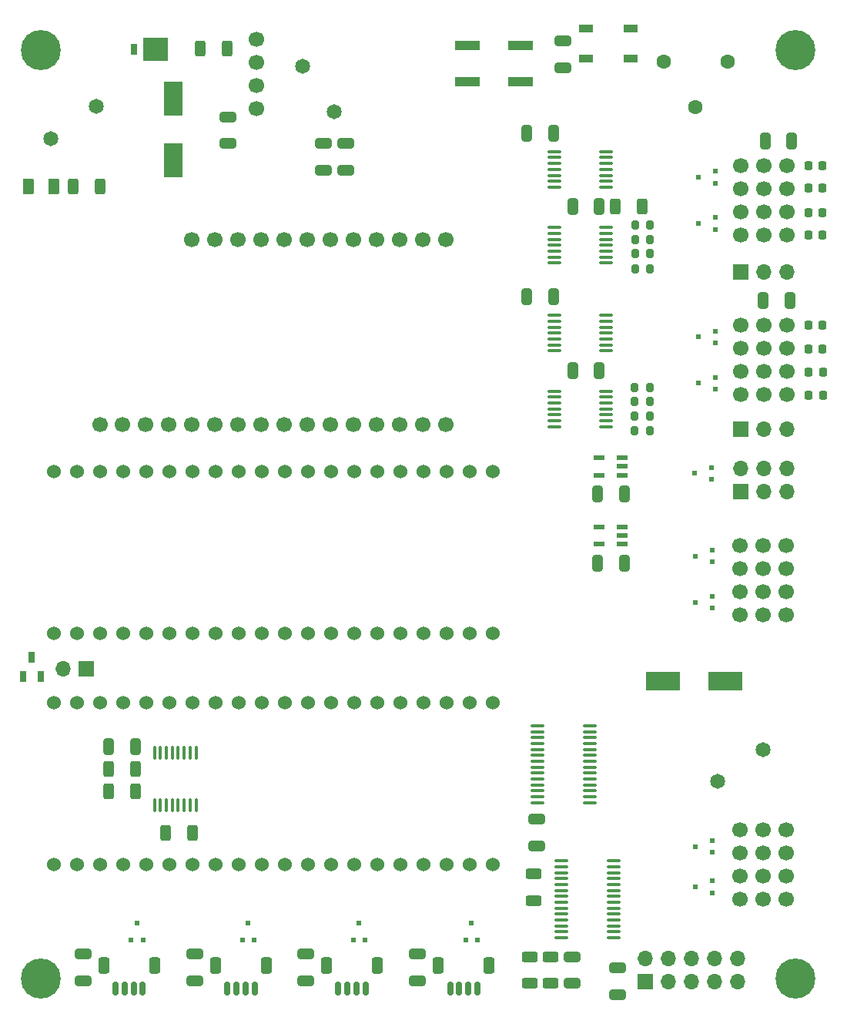
<source format=gbr>
%TF.GenerationSoftware,KiCad,Pcbnew,(6.0.8-1)-1*%
%TF.CreationDate,2023-12-29T18:01:10-06:00*%
%TF.ProjectId,Pico Robotic Controller,5069636f-2052-46f6-926f-74696320436f,V2*%
%TF.SameCoordinates,Original*%
%TF.FileFunction,Soldermask,Top*%
%TF.FilePolarity,Negative*%
%FSLAX46Y46*%
G04 Gerber Fmt 4.6, Leading zero omitted, Abs format (unit mm)*
G04 Created by KiCad (PCBNEW (6.0.8-1)-1) date 2023-12-29 18:01:10*
%MOMM*%
%LPD*%
G01*
G04 APERTURE LIST*
G04 Aperture macros list*
%AMRoundRect*
0 Rectangle with rounded corners*
0 $1 Rounding radius*
0 $2 $3 $4 $5 $6 $7 $8 $9 X,Y pos of 4 corners*
0 Add a 4 corners polygon primitive as box body*
4,1,4,$2,$3,$4,$5,$6,$7,$8,$9,$2,$3,0*
0 Add four circle primitives for the rounded corners*
1,1,$1+$1,$2,$3*
1,1,$1+$1,$4,$5*
1,1,$1+$1,$6,$7*
1,1,$1+$1,$8,$9*
0 Add four rect primitives between the rounded corners*
20,1,$1+$1,$2,$3,$4,$5,0*
20,1,$1+$1,$4,$5,$6,$7,0*
20,1,$1+$1,$6,$7,$8,$9,0*
20,1,$1+$1,$8,$9,$2,$3,0*%
G04 Aperture macros list end*
%ADD10R,1.700000X1.700000*%
%ADD11O,1.700000X1.700000*%
%ADD12RoundRect,0.250000X0.325000X0.650000X-0.325000X0.650000X-0.325000X-0.650000X0.325000X-0.650000X0*%
%ADD13RoundRect,0.250000X-0.625000X0.312500X-0.625000X-0.312500X0.625000X-0.312500X0.625000X0.312500X0*%
%ADD14RoundRect,0.150000X-0.150000X-0.625000X0.150000X-0.625000X0.150000X0.625000X-0.150000X0.625000X0*%
%ADD15RoundRect,0.250000X-0.350000X-0.650000X0.350000X-0.650000X0.350000X0.650000X-0.350000X0.650000X0*%
%ADD16R,0.600000X0.550000*%
%ADD17RoundRect,0.250000X0.312500X0.625000X-0.312500X0.625000X-0.312500X-0.625000X0.312500X-0.625000X0*%
%ADD18RoundRect,0.200000X-0.200000X-0.275000X0.200000X-0.275000X0.200000X0.275000X-0.200000X0.275000X0*%
%ADD19RoundRect,0.218750X-0.218750X-0.256250X0.218750X-0.256250X0.218750X0.256250X-0.218750X0.256250X0*%
%ADD20RoundRect,0.100000X-0.637500X-0.100000X0.637500X-0.100000X0.637500X0.100000X-0.637500X0.100000X0*%
%ADD21C,1.700000*%
%ADD22RoundRect,0.250000X-0.650000X0.325000X-0.650000X-0.325000X0.650000X-0.325000X0.650000X0.325000X0*%
%ADD23R,0.550000X0.600000*%
%ADD24R,3.850000X2.100000*%
%ADD25RoundRect,0.250000X-0.325000X-0.650000X0.325000X-0.650000X0.325000X0.650000X-0.325000X0.650000X0*%
%ADD26R,2.800000X1.000000*%
%ADD27R,1.200000X0.600000*%
%ADD28R,1.500000X0.900000*%
%ADD29RoundRect,0.250000X-0.312500X-0.625000X0.312500X-0.625000X0.312500X0.625000X-0.312500X0.625000X0*%
%ADD30RoundRect,0.100000X0.100000X-0.637500X0.100000X0.637500X-0.100000X0.637500X-0.100000X-0.637500X0*%
%ADD31RoundRect,0.100000X0.637500X0.100000X-0.637500X0.100000X-0.637500X-0.100000X0.637500X-0.100000X0*%
%ADD32C,1.524000*%
%ADD33C,1.650000*%
%ADD34RoundRect,0.250000X0.650000X-0.325000X0.650000X0.325000X-0.650000X0.325000X-0.650000X-0.325000X0*%
%ADD35C,4.400000*%
%ADD36C,1.600000*%
%ADD37R,2.670000X2.540000*%
%ADD38R,0.760000X1.270000*%
%ADD39RoundRect,0.250000X-0.375000X-0.625000X0.375000X-0.625000X0.375000X0.625000X-0.375000X0.625000X0*%
%ADD40R,0.650000X1.200000*%
%ADD41R,2.100000X3.850000*%
G04 APERTURE END LIST*
D10*
%TO.C,J6*%
X113064000Y-113211600D03*
D11*
X110524000Y-113211600D03*
%TD*%
D12*
%TO.C,C7*%
X118467400Y-121767600D03*
X115517400Y-121767600D03*
%TD*%
D13*
%TO.C,R2*%
X161797000Y-144841500D03*
X161797000Y-147766500D03*
%TD*%
D12*
%TO.C,C14*%
X164441400Y-54330600D03*
X161491400Y-54330600D03*
%TD*%
D14*
%TO.C,X1*%
X116264000Y-148336600D03*
X117264000Y-148336600D03*
X118264000Y-148336600D03*
X119264000Y-148336600D03*
D15*
X114964000Y-145811600D03*
X120564000Y-145811600D03*
%TD*%
D16*
%TO.C,D15*%
X142402800Y-143012600D03*
X143702800Y-143012600D03*
X143052800Y-141162600D03*
%TD*%
D17*
%TO.C,R6*%
X118454900Y-126644400D03*
X115529900Y-126644400D03*
%TD*%
D18*
%TO.C,R16*%
X173368200Y-85420200D03*
X175018200Y-85420200D03*
%TD*%
D19*
%TO.C,D22*%
X192430300Y-78028800D03*
X194005300Y-78028800D03*
%TD*%
D20*
%TO.C,U7*%
X164498100Y-74351600D03*
X164498100Y-75001600D03*
X164498100Y-75651600D03*
X164498100Y-76301600D03*
X164498100Y-76951600D03*
X164498100Y-77601600D03*
X164498100Y-78251600D03*
X170223100Y-78251600D03*
X170223100Y-77601600D03*
X170223100Y-76951600D03*
X170223100Y-76301600D03*
X170223100Y-75651600D03*
X170223100Y-75001600D03*
X170223100Y-74351600D03*
%TD*%
D21*
%TO.C,J2*%
X184957000Y-138531600D03*
X187497000Y-138531600D03*
X190037000Y-138531600D03*
X184957000Y-135991600D03*
X187497000Y-135991600D03*
X190037000Y-135991600D03*
X184957000Y-133451600D03*
X187497000Y-133451600D03*
X190037000Y-133451600D03*
X184957000Y-130911600D03*
X187497000Y-130911600D03*
X190037000Y-130911600D03*
%TD*%
D22*
%TO.C,C5*%
X141579600Y-55446400D03*
X141579600Y-58396400D03*
%TD*%
%TO.C,C22*%
X162534600Y-129690600D03*
X162534600Y-132640600D03*
%TD*%
D23*
%TO.C,D2*%
X181769400Y-92361600D03*
X181769400Y-91061600D03*
X179919400Y-91711600D03*
%TD*%
D10*
%TO.C,J10*%
X184972000Y-93700200D03*
D11*
X184972000Y-91160200D03*
X187512000Y-93700200D03*
X187512000Y-91160200D03*
X190052000Y-93700200D03*
X190052000Y-91160200D03*
%TD*%
D24*
%TO.C,C12*%
X183277000Y-114584800D03*
X176477000Y-114584800D03*
%TD*%
D19*
%TO.C,D17*%
X192430300Y-75412600D03*
X194005300Y-75412600D03*
%TD*%
D21*
%TO.C,J4*%
X184957000Y-107253400D03*
X187497000Y-107253400D03*
X190037000Y-107253400D03*
X184957000Y-104713400D03*
X187497000Y-104713400D03*
X190037000Y-104713400D03*
X184957000Y-102173400D03*
X187497000Y-102173400D03*
X190037000Y-102173400D03*
X184957000Y-99633400D03*
X187497000Y-99633400D03*
X190037000Y-99633400D03*
%TD*%
D16*
%TO.C,D14*%
X154747200Y-143012600D03*
X156047200Y-143012600D03*
X155397200Y-141162600D03*
%TD*%
D25*
%TO.C,C19*%
X187678800Y-55194200D03*
X190628800Y-55194200D03*
%TD*%
D10*
%TO.C,J9*%
X184972000Y-69570600D03*
D11*
X187512000Y-69570600D03*
X190052000Y-69570600D03*
%TD*%
D26*
%TO.C,S1*%
X154964000Y-44686600D03*
X160764000Y-44686600D03*
X154964000Y-48686600D03*
X160764000Y-48686600D03*
%TD*%
D27*
%TO.C,U10*%
X172013400Y-99494400D03*
X172013400Y-98544400D03*
X172013400Y-97594400D03*
X169413400Y-97594400D03*
X169413400Y-99494400D03*
%TD*%
D28*
%TO.C,D3*%
X168014000Y-42836600D03*
X168014000Y-46136600D03*
X172914000Y-46136600D03*
X172914000Y-42836600D03*
%TD*%
D25*
%TO.C,C16*%
X169238400Y-94005400D03*
X172188400Y-94005400D03*
%TD*%
D19*
%TO.C,D19*%
X192430300Y-60350400D03*
X194005300Y-60350400D03*
%TD*%
D13*
%TO.C,R3*%
X162229800Y-135733600D03*
X162229800Y-138658600D03*
%TD*%
D14*
%TO.C,X2*%
X128564000Y-148336600D03*
X129564000Y-148336600D03*
X130564000Y-148336600D03*
X131564000Y-148336600D03*
D15*
X132864000Y-145811600D03*
X127264000Y-145811600D03*
%TD*%
D20*
%TO.C,U8*%
X164498100Y-56368400D03*
X164498100Y-57018400D03*
X164498100Y-57668400D03*
X164498100Y-58318400D03*
X164498100Y-58968400D03*
X164498100Y-59618400D03*
X164498100Y-60268400D03*
X170223100Y-60268400D03*
X170223100Y-59618400D03*
X170223100Y-58968400D03*
X170223100Y-58318400D03*
X170223100Y-57668400D03*
X170223100Y-57018400D03*
X170223100Y-56368400D03*
%TD*%
D23*
%TO.C,D9*%
X181843400Y-106531800D03*
X181843400Y-105231800D03*
X179993400Y-105881800D03*
%TD*%
D29*
%TO.C,R8*%
X111601500Y-60211600D03*
X114526500Y-60211600D03*
%TD*%
D30*
%TO.C,U5*%
X120559400Y-128186100D03*
X121209400Y-128186100D03*
X121859400Y-128186100D03*
X122509400Y-128186100D03*
X123159400Y-128186100D03*
X123809400Y-128186100D03*
X124459400Y-128186100D03*
X125109400Y-128186100D03*
X125109400Y-122461100D03*
X124459400Y-122461100D03*
X123809400Y-122461100D03*
X123159400Y-122461100D03*
X122509400Y-122461100D03*
X121859400Y-122461100D03*
X121209400Y-122461100D03*
X120559400Y-122461100D03*
%TD*%
D31*
%TO.C,U13*%
X168394300Y-127897600D03*
X168394300Y-127247600D03*
X168394300Y-126597600D03*
X168394300Y-125947600D03*
X168394300Y-125297600D03*
X168394300Y-124647600D03*
X168394300Y-123997600D03*
X168394300Y-123347600D03*
X168394300Y-122697600D03*
X168394300Y-122047600D03*
X168394300Y-121397600D03*
X168394300Y-120747600D03*
X168394300Y-120097600D03*
X168394300Y-119447600D03*
X162669300Y-119447600D03*
X162669300Y-120097600D03*
X162669300Y-120747600D03*
X162669300Y-121397600D03*
X162669300Y-122047600D03*
X162669300Y-122697600D03*
X162669300Y-123347600D03*
X162669300Y-123997600D03*
X162669300Y-124647600D03*
X162669300Y-125297600D03*
X162669300Y-125947600D03*
X162669300Y-126597600D03*
X162669300Y-127247600D03*
X162669300Y-127897600D03*
%TD*%
D19*
%TO.C,D18*%
X192430300Y-57886600D03*
X194005300Y-57886600D03*
%TD*%
D23*
%TO.C,D10*%
X181843400Y-137810000D03*
X181843400Y-136510000D03*
X179993400Y-137160000D03*
%TD*%
D18*
%TO.C,R17*%
X173368200Y-86995000D03*
X175018200Y-86995000D03*
%TD*%
%TO.C,R12*%
X173393600Y-66014600D03*
X175043600Y-66014600D03*
%TD*%
D32*
%TO.C,U2*%
X109474000Y-134721600D03*
X112014000Y-134721600D03*
X114554000Y-134721600D03*
X117094000Y-134721600D03*
X119634000Y-134721600D03*
X122174000Y-134721600D03*
X124714000Y-134721600D03*
X127254000Y-134721600D03*
X129794000Y-134721600D03*
X132334000Y-134721600D03*
X134874000Y-134721600D03*
X137414000Y-134721600D03*
X139954000Y-134721600D03*
X142494000Y-134721600D03*
X145034000Y-134721600D03*
X147574000Y-134721600D03*
X150114000Y-134721600D03*
X152654000Y-134721600D03*
X155194000Y-134721600D03*
X157734000Y-134721600D03*
X157734000Y-116941600D03*
X155194000Y-116941600D03*
X152654000Y-116941600D03*
X150114000Y-116941600D03*
X147574000Y-116941600D03*
X145034000Y-116941600D03*
X142494000Y-116941600D03*
X139954000Y-116941600D03*
X137414000Y-116941600D03*
X134874000Y-116941600D03*
X132334000Y-116941600D03*
X129794000Y-116941600D03*
X127254000Y-116941600D03*
X124714000Y-116941600D03*
X122174000Y-116941600D03*
X119634000Y-116941600D03*
X117094000Y-116941600D03*
X114554000Y-116941600D03*
X112014000Y-116941600D03*
X109474000Y-116941600D03*
%TD*%
D21*
%TO.C,U1*%
X131734000Y-44051600D03*
X131734000Y-46591600D03*
X131734000Y-49131600D03*
X131734000Y-51671600D03*
%TD*%
D33*
%TO.C,J12*%
X182497000Y-125547000D03*
X187497000Y-122047000D03*
%TD*%
D34*
%TO.C,C8*%
X112664000Y-147506600D03*
X112664000Y-144556600D03*
%TD*%
D35*
%TO.C,H4*%
X191064000Y-45211600D03*
%TD*%
D13*
%TO.C,R4*%
X164122000Y-144841500D03*
X164122000Y-147766500D03*
%TD*%
D34*
%TO.C,C9*%
X124964000Y-147511600D03*
X124964000Y-144561600D03*
%TD*%
%TO.C,C10*%
X137164000Y-147506600D03*
X137164000Y-144556600D03*
%TD*%
D23*
%TO.C,D6*%
X182239400Y-64912000D03*
X182239400Y-63612000D03*
X180389400Y-64262000D03*
%TD*%
D19*
%TO.C,D23*%
X192455700Y-80568800D03*
X194030700Y-80568800D03*
%TD*%
D18*
%TO.C,R15*%
X173368200Y-83845400D03*
X175018200Y-83845400D03*
%TD*%
D34*
%TO.C,C11*%
X149464000Y-147506600D03*
X149464000Y-144556600D03*
%TD*%
D10*
%TO.C,J5*%
X184972000Y-86888000D03*
D11*
X187512000Y-86888000D03*
X190052000Y-86888000D03*
%TD*%
D22*
%TO.C,C3*%
X165481000Y-44221400D03*
X165481000Y-47171400D03*
%TD*%
D12*
%TO.C,C21*%
X169470600Y-62407800D03*
X166520600Y-62407800D03*
%TD*%
D17*
%TO.C,R7*%
X124726500Y-131211600D03*
X121801500Y-131211600D03*
%TD*%
D25*
%TO.C,C18*%
X187501000Y-72720200D03*
X190451000Y-72720200D03*
%TD*%
D36*
%TO.C,J3*%
X183535000Y-46461600D03*
X180035000Y-51461600D03*
X176535000Y-46461600D03*
%TD*%
D32*
%TO.C,U3*%
X109474000Y-109321600D03*
X112014000Y-109321600D03*
X114554000Y-109321600D03*
X117094000Y-109321600D03*
X119634000Y-109321600D03*
X122174000Y-109321600D03*
X124714000Y-109321600D03*
X127254000Y-109321600D03*
X129794000Y-109321600D03*
X132334000Y-109321600D03*
X134874000Y-109321600D03*
X137414000Y-109321600D03*
X139954000Y-109321600D03*
X142494000Y-109321600D03*
X145034000Y-109321600D03*
X147574000Y-109321600D03*
X150114000Y-109321600D03*
X152654000Y-109321600D03*
X155194000Y-109321600D03*
X157734000Y-109321600D03*
X157734000Y-91541600D03*
X155194000Y-91541600D03*
X152654000Y-91541600D03*
X150114000Y-91541600D03*
X147574000Y-91541600D03*
X145034000Y-91541600D03*
X142494000Y-91541600D03*
X139954000Y-91541600D03*
X137414000Y-91541600D03*
X134874000Y-91541600D03*
X132334000Y-91541600D03*
X129794000Y-91541600D03*
X127254000Y-91541600D03*
X124714000Y-91541600D03*
X122174000Y-91541600D03*
X119634000Y-91541600D03*
X117094000Y-91541600D03*
X114554000Y-91541600D03*
X112014000Y-91541600D03*
X109474000Y-91541600D03*
%TD*%
D23*
%TO.C,D11*%
X181843400Y-133365000D03*
X181843400Y-132065000D03*
X179993400Y-132715000D03*
%TD*%
D14*
%TO.C,X4*%
X153064000Y-148336600D03*
X154064000Y-148336600D03*
X155064000Y-148336600D03*
X156064000Y-148336600D03*
D15*
X157364000Y-145811600D03*
X151764000Y-145811600D03*
%TD*%
D37*
%TO.C,D1*%
X120664000Y-45111600D03*
D38*
X118309000Y-45111600D03*
%TD*%
D18*
%TO.C,R11*%
X173393600Y-64439800D03*
X175043600Y-64439800D03*
%TD*%
D22*
%TO.C,C4*%
X139094000Y-55446400D03*
X139094000Y-58396400D03*
%TD*%
D17*
%TO.C,R5*%
X118454900Y-124206000D03*
X115529900Y-124206000D03*
%TD*%
D39*
%TO.C,D16*%
X106664000Y-60211600D03*
X109464000Y-60211600D03*
%TD*%
D20*
%TO.C,U12*%
X164498100Y-64699600D03*
X164498100Y-65349600D03*
X164498100Y-65999600D03*
X164498100Y-66649600D03*
X164498100Y-67299600D03*
X164498100Y-67949600D03*
X164498100Y-68599600D03*
X170223100Y-68599600D03*
X170223100Y-67949600D03*
X170223100Y-67299600D03*
X170223100Y-66649600D03*
X170223100Y-65999600D03*
X170223100Y-65349600D03*
X170223100Y-64699600D03*
%TD*%
D35*
%TO.C,H3*%
X191064000Y-147211600D03*
%TD*%
D16*
%TO.C,D12*%
X117968000Y-142961800D03*
X119268000Y-142961800D03*
X118618000Y-141111800D03*
%TD*%
D18*
%TO.C,R14*%
X173393600Y-69215000D03*
X175043600Y-69215000D03*
%TD*%
D20*
%TO.C,U11*%
X164498100Y-82682800D03*
X164498100Y-83332800D03*
X164498100Y-83982800D03*
X164498100Y-84632800D03*
X164498100Y-85282800D03*
X164498100Y-85932800D03*
X164498100Y-86582800D03*
X170223100Y-86582800D03*
X170223100Y-85932800D03*
X170223100Y-85282800D03*
X170223100Y-84632800D03*
X170223100Y-83982800D03*
X170223100Y-83332800D03*
X170223100Y-82682800D03*
%TD*%
D23*
%TO.C,D5*%
X182239400Y-77378000D03*
X182239400Y-76078000D03*
X180389400Y-76728000D03*
%TD*%
D21*
%TO.C,U6*%
X114554000Y-86366600D03*
X117064000Y-86366600D03*
X119604000Y-86366600D03*
X122144000Y-86366600D03*
X124684000Y-86366600D03*
X127224000Y-86366600D03*
X129764000Y-86366600D03*
X132304000Y-86366600D03*
X134844000Y-86366600D03*
X137384000Y-86366600D03*
X139924000Y-86366600D03*
X142464000Y-86366600D03*
X145004000Y-86366600D03*
X147544000Y-86366600D03*
X150084000Y-86366600D03*
X152624000Y-86366600D03*
X152624000Y-66046600D03*
X150084000Y-66046600D03*
X147544000Y-66046600D03*
X145004000Y-66046600D03*
X142464000Y-66046600D03*
X139924000Y-66046600D03*
X137384000Y-66046600D03*
X134844000Y-66046600D03*
X132304000Y-66046600D03*
X129764000Y-66046600D03*
X127224000Y-66046600D03*
X124684000Y-66046600D03*
%TD*%
D19*
%TO.C,D24*%
X192455700Y-83134200D03*
X194030700Y-83134200D03*
%TD*%
D22*
%TO.C,C1*%
X128625600Y-52536600D03*
X128625600Y-55486600D03*
%TD*%
D33*
%TO.C,J11*%
X140301000Y-51960000D03*
X136801000Y-46960000D03*
%TD*%
D40*
%TO.C,Q1*%
X106104000Y-114061600D03*
X108024000Y-114061600D03*
X107064000Y-111961600D03*
%TD*%
D18*
%TO.C,R13*%
X173393600Y-67589400D03*
X175043600Y-67589400D03*
%TD*%
D34*
%TO.C,C13*%
X171450000Y-148971600D03*
X171450000Y-146021600D03*
%TD*%
D21*
%TO.C,J7*%
X184972000Y-83078000D03*
X187512000Y-83078000D03*
X190052000Y-83078000D03*
X184972000Y-80538000D03*
X187512000Y-80538000D03*
X190052000Y-80538000D03*
X184972000Y-77998000D03*
X187512000Y-77998000D03*
X190052000Y-77998000D03*
X184972000Y-75458000D03*
X187512000Y-75458000D03*
X190052000Y-75458000D03*
%TD*%
D27*
%TO.C,U9*%
X172013400Y-91907400D03*
X172013400Y-90957400D03*
X172013400Y-90007400D03*
X169413400Y-90007400D03*
X169413400Y-91907400D03*
%TD*%
D21*
%TO.C,J8*%
X184972000Y-65532000D03*
X187512000Y-65532000D03*
X190052000Y-65532000D03*
X184972000Y-62992000D03*
X187512000Y-62992000D03*
X190052000Y-62992000D03*
X184972000Y-60452000D03*
X187512000Y-60452000D03*
X190052000Y-60452000D03*
X184972000Y-57912000D03*
X187512000Y-57912000D03*
X190052000Y-57912000D03*
%TD*%
D14*
%TO.C,X3*%
X140764000Y-148336600D03*
X141764000Y-148336600D03*
X142764000Y-148336600D03*
X143764000Y-148336600D03*
D15*
X145064000Y-145811600D03*
X139464000Y-145811600D03*
%TD*%
D41*
%TO.C,C2*%
X122614000Y-50511600D03*
X122614000Y-57311600D03*
%TD*%
D12*
%TO.C,C20*%
X169470600Y-80467200D03*
X166520600Y-80467200D03*
%TD*%
D31*
%TO.C,U4*%
X171009500Y-142756600D03*
X171009500Y-142106600D03*
X171009500Y-141456600D03*
X171009500Y-140806600D03*
X171009500Y-140156600D03*
X171009500Y-139506600D03*
X171009500Y-138856600D03*
X171009500Y-138206600D03*
X171009500Y-137556600D03*
X171009500Y-136906600D03*
X171009500Y-136256600D03*
X171009500Y-135606600D03*
X171009500Y-134956600D03*
X171009500Y-134306600D03*
X165284500Y-134306600D03*
X165284500Y-134956600D03*
X165284500Y-135606600D03*
X165284500Y-136256600D03*
X165284500Y-136906600D03*
X165284500Y-137556600D03*
X165284500Y-138206600D03*
X165284500Y-138856600D03*
X165284500Y-139506600D03*
X165284500Y-140156600D03*
X165284500Y-140806600D03*
X165284500Y-141456600D03*
X165284500Y-142106600D03*
X165284500Y-142756600D03*
%TD*%
D23*
%TO.C,D7*%
X182239400Y-59832000D03*
X182239400Y-58532000D03*
X180389400Y-59182000D03*
%TD*%
%TO.C,D4*%
X182239400Y-82458000D03*
X182239400Y-81158000D03*
X180389400Y-81808000D03*
%TD*%
%TO.C,D8*%
X181843400Y-101451800D03*
X181843400Y-100151800D03*
X179993400Y-100801800D03*
%TD*%
D33*
%TO.C,J1*%
X114114000Y-51424600D03*
X109114000Y-54924600D03*
%TD*%
D18*
%TO.C,R10*%
X173368200Y-82282000D03*
X175018200Y-82282000D03*
%TD*%
D16*
%TO.C,D13*%
X130214000Y-142961800D03*
X131514000Y-142961800D03*
X130864000Y-141111800D03*
%TD*%
D25*
%TO.C,C17*%
X169238400Y-101574600D03*
X172188400Y-101574600D03*
%TD*%
D19*
%TO.C,D20*%
X192430300Y-63093600D03*
X194005300Y-63093600D03*
%TD*%
D29*
%TO.C,R1*%
X125601500Y-45011600D03*
X128526500Y-45011600D03*
%TD*%
D35*
%TO.C,H2*%
X108064000Y-147211600D03*
%TD*%
%TO.C,H1*%
X108064000Y-45211600D03*
%TD*%
D19*
%TO.C,D21*%
X192430200Y-65532000D03*
X194005200Y-65532000D03*
%TD*%
D10*
%TO.C,J13*%
X174498000Y-147548600D03*
D11*
X174498000Y-145008600D03*
X177038000Y-147548600D03*
X177038000Y-145008600D03*
X179578000Y-147548600D03*
X179578000Y-145008600D03*
X182118000Y-147548600D03*
X182118000Y-145008600D03*
X184658000Y-147548600D03*
X184658000Y-145008600D03*
%TD*%
D12*
%TO.C,C15*%
X164441400Y-72288400D03*
X161491400Y-72288400D03*
%TD*%
D17*
%TO.C,R9*%
X174157100Y-62407800D03*
X171232100Y-62407800D03*
%TD*%
D22*
%TO.C,C6*%
X166497000Y-144829000D03*
X166497000Y-147779000D03*
%TD*%
M02*

</source>
